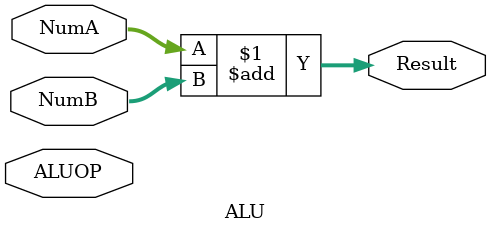
<source format=v>
`timescale 1ns / 1ps
module ALU(
    input [7:0] NumA,
    input [7:0] NumB,
    input ALUOP,
    output [7:0] Result
    );

	assign Result = NumA + NumB;

endmodule

</source>
